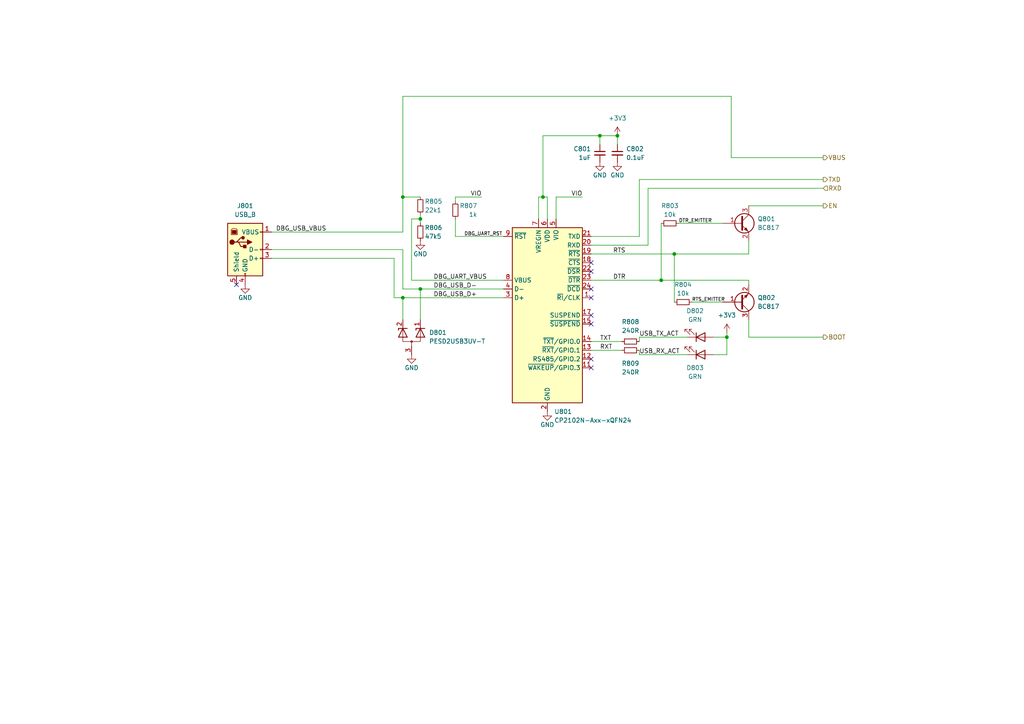
<source format=kicad_sch>
(kicad_sch (version 20211123) (generator eeschema)
  (paper "A4")
  (lib_symbols
    (symbol "Connector:USB_B" (pin_names (offset 1.016))
      (property "Reference" "J?" (at 0 12.7 0))
      (property "Value" "USB_B" (at 0 10.16 0))
      (symbol "USB_B_0_1"
        (rectangle (start -5.08 -7.62) (end 5.08 7.62) (stroke (width 0.254)) (fill (type background)))
        (circle (center -3.81 2.159) (radius 0.635) (stroke (width 0.254)) (fill (type outline)))
        (rectangle (start -3.81 5.588) (end -2.54 4.572) (fill (type outline)))
        (circle (center -0.635 3.429) (radius 0.381) (stroke (width 0.254)) (fill (type outline)))
        (rectangle (start -0.127 -7.62) (end 0.127 -6.858))
        (polyline (pts (xy -1.905 2.159) (xy 0.635 2.159)) (stroke (width 0.254)))
        (polyline (pts (xy -3.175 2.159) (xy -2.54 2.159) (xy -1.27 3.429) (xy -0.635 3.429)) (stroke (width 0.254)))
        (polyline (pts (xy -2.54 2.159) (xy -1.905 2.159) (xy -1.27 0.889) (xy 0 0.889)) (stroke (width 0.254)))
        (polyline (pts (xy 0.635 2.794) (xy 0.635 1.524) (xy 1.905 2.159) (xy 0.635 2.794)) (stroke (width 0.254)) (fill (type outline)))
        (polyline (pts (xy -4.064 4.318) (xy -2.286 4.318) (xy -2.286 5.715) (xy -2.667 6.096) (xy -3.683 6.096) (xy -4.064 5.715) (xy -4.064 4.318)))
        (rectangle (start 0.254 1.27) (end -0.508 0.508) (stroke (width 0.254)) (fill (type outline)))
        (rectangle (start 5.08 -2.667) (end 4.318 -2.413))
        (rectangle (start 5.08 -0.127) (end 4.318 0.127))
        (rectangle (start 5.08 4.953) (end 4.318 5.207))
      )
      (symbol "USB_B_1_1"
        (pin power_out line (at 7.62 5.08 180) (length 2.54) (name "VBUS") (number "1"))
        (pin bidirectional line (at 7.62 0 180) (length 2.54) (name "D-") (number "2"))
        (pin bidirectional line (at 7.62 -2.54 180) (length 2.54) (name "D+") (number "3"))
        (pin power_out line (at 0 -10.16 90) (length 2.54) (name "GND") (number "4"))
        (pin passive line (at -2.54 -10.16 90) (length 2.54) (name "Shield") (number "5"))
      )
    )
    (symbol "Device:C_Small" (pin_numbers hide) (pin_names (offset 0.254) hide)
      (property "Reference" "C" (at 0.254 1.778 0))
      (property "Value" "C_Small" (at 0.254 -2.032 0))
      (symbol "C_Small_0_1"
        (polyline (pts (xy -1.524 -0.508) (xy 1.524 -0.508)) (stroke (width 0.3302)))
        (polyline (pts (xy -1.524 0.508) (xy 1.524 0.508)) (stroke (width 0.3048)))
      )
      (symbol "C_Small_1_1"
        (pin passive line (at 0 2.54 270) (length 2.032) (name "~") (number "1"))
        (pin passive line (at 0 -2.54 90) (length 2.032) (name "~") (number "2"))
      )
    )
    (symbol "Device:D_Zener_Dual_CommonAnode_KKA_Parallel" (pin_names (offset 0.762) hide)
      (property "Reference" "D" (at 0 5.08 0))
      (property "Value" "D_Zener_Dual_CommonAnode_KKA_Parallel" (at 0 -5.08 0))
      (symbol "D_Zener_Dual_CommonAnode_KKA_Parallel_0_0"
        (polyline (pts (xy 2.032 1.27) (xy 2.54 1.27) (xy 2.54 3.81)) (stroke (width 0.254)))
        (polyline (pts (xy 2.54 -1.27) (xy 2.54 -3.81) (xy 2.032 -3.81)) (stroke (width 0.254)))
      )
      (symbol "D_Zener_Dual_CommonAnode_KKA_Parallel_0_1"
        (circle (center -1.27 0) (radius 0.254) (fill (type outline)))
        (polyline (pts (xy -1.27 0) (xy -2.54 0)))
        (polyline (pts (xy 2.54 2.54) (xy -1.27 2.54) (xy -1.27 -2.54) (xy 2.54 -2.54)))
        (polyline (pts (xy 0 -1.27) (xy 2.54 -2.54) (xy 0 -3.81) (xy 0 -1.27) (xy 0 -1.27) (xy 0 -1.27)) (stroke (width 0.254)))
        (polyline (pts (xy 0 3.81) (xy 2.54 2.54) (xy 0 1.27) (xy 0 3.81) (xy 0 3.81) (xy 0 3.81)) (stroke (width 0.254)))
        (pin passive line (at 5.08 2.54 180) (length 2.54) (name "K") (number "1"))
        (pin passive line (at 5.08 -2.54 180) (length 2.54) (name "K") (number "2"))
        (pin passive line (at -5.08 0 0) (length 2.54) (name "A") (number "3"))
      )
    )
    (symbol "Device:LED" (pin_numbers hide) (pin_names (offset 1.016) hide)
      (property "Reference" "D" (at 0 2.54 0))
      (property "Value" "LED" (at 0 -2.54 0))
      (symbol "LED_0_1"
        (polyline (pts (xy -1.27 -1.27) (xy -1.27 1.27)) (stroke (width 0.254)))
        (polyline (pts (xy -1.27 0) (xy 1.27 0)))
        (polyline (pts (xy 1.27 -1.27) (xy 1.27 1.27) (xy -1.27 0) (xy 1.27 -1.27)) (stroke (width 0.254)))
        (polyline (pts (xy -3.048 -0.762) (xy -4.572 -2.286) (xy -3.81 -2.286) (xy -4.572 -2.286) (xy -4.572 -1.524)))
        (polyline (pts (xy -1.778 -0.762) (xy -3.302 -2.286) (xy -2.54 -2.286) (xy -3.302 -2.286) (xy -3.302 -1.524)))
      )
      (symbol "LED_1_1"
        (pin passive line (at -3.81 0 0) (length 2.54) (name "K") (number "1"))
        (pin passive line (at 3.81 0 180) (length 2.54) (name "A") (number "2"))
      )
    )
    (symbol "Device:R_Small" (pin_numbers hide) (pin_names (offset 0.254) hide)
      (property "Reference" "R" (at 0.762 0.508 0))
      (property "Value" "R_Small" (at 0.762 -1.016 0))
      (symbol "R_Small_0_1"
        (rectangle (start -0.762 1.778) (end 0.762 -1.778) (stroke (width 0.2032)))
      )
      (symbol "R_Small_1_1"
        (pin passive line (at 0 2.54 270) (length 0.762) (name "~") (number "1"))
        (pin passive line (at 0 -2.54 90) (length 0.762) (name "~") (number "2"))
      )
    )
    (symbol "Interface_USB:CP2102N-Axx-xQFN24"
      (property "Reference" "U" (at -8.89 26.67 0))
      (property "Value" "CP2102N-Axx-xQFN24" (at 13.97 26.67 0))
      (symbol "CP2102N-Axx-xQFN24_0_1"
        (rectangle (start -10.16 25.4) (end 10.16 -25.4) (stroke (width 0.254)) (fill (type background)))
      )
      (symbol "CP2102N-Axx-xQFN24_1_1"
        (pin bidirectional line (at 12.7 5.08 180) (length 2.54) (name "~{RI}/CLK") (number "1"))
        (pin no_connect line (at -10.16 -22.86 0) (length 2.54) hide (name "NC") (number "10"))
        (pin bidirectional line (at 12.7 -15.24 180) (length 2.54) (name "~{WAKEUP}/GPIO.3") (number "11"))
        (pin bidirectional line (at 12.7 -12.7 180) (length 2.54) (name "RS485/GPIO.2") (number "12"))
        (pin bidirectional line (at 12.7 -10.16 180) (length 2.54) (name "~{RXT}/GPIO.1") (number "13"))
        (pin bidirectional line (at 12.7 -7.62 180) (length 2.54) (name "~{TXT}/GPIO.0") (number "14"))
        (pin output line (at 12.7 -2.54 180) (length 2.54) (name "~{SUSPEND}") (number "15"))
        (pin no_connect line (at 10.16 -22.86 180) (length 2.54) hide (name "NC") (number "16"))
        (pin output line (at 12.7 0 180) (length 2.54) (name "SUSPEND") (number "17"))
        (pin input line (at 12.7 15.24 180) (length 2.54) (name "~{CTS}") (number "18"))
        (pin output line (at 12.7 17.78 180) (length 2.54) (name "~{RTS}") (number "19"))
        (pin power_in line (at 0 -27.94 90) (length 2.54) (name "GND") (number "2"))
        (pin input line (at 12.7 20.32 180) (length 2.54) (name "RXD") (number "20"))
        (pin output line (at 12.7 22.86 180) (length 2.54) (name "TXD") (number "21"))
        (pin input line (at 12.7 12.7 180) (length 2.54) (name "~{DSR}") (number "22"))
        (pin output line (at 12.7 10.16 180) (length 2.54) (name "~{DTR}") (number "23"))
        (pin input line (at 12.7 7.62 180) (length 2.54) (name "~{DCD}") (number "24"))
        (pin passive line (at 0 -27.94 90) (length 2.54) hide (name "GND") (number "25"))
        (pin bidirectional line (at -12.7 5.08 0) (length 2.54) (name "D+") (number "3"))
        (pin bidirectional line (at -12.7 7.62 0) (length 2.54) (name "D-") (number "4"))
        (pin power_in line (at 2.54 27.94 270) (length 2.54) (name "VIO") (number "5"))
        (pin power_in line (at 0 27.94 270) (length 2.54) (name "VDD") (number "6"))
        (pin power_in line (at -2.54 27.94 270) (length 2.54) (name "VREGIN") (number "7"))
        (pin input line (at -12.7 10.16 0) (length 2.54) (name "VBUS") (number "8"))
        (pin input line (at -12.7 22.86 0) (length 2.54) (name "~{RST}") (number "9"))
      )
    )
    (symbol "Transistor_BJT:BC817" (pin_names (offset 0) hide)
      (property "Reference" "Q" (at 5.08 1.905 0))
      (property "Value" "BC817" (at 5.08 0 0))
      (symbol "BC817_0_1"
        (polyline (pts (xy 0.635 0.635) (xy 2.54 2.54)))
        (polyline (pts (xy 0.635 -0.635) (xy 2.54 -2.54) (xy 2.54 -2.54)))
        (polyline (pts (xy 0.635 1.905) (xy 0.635 -1.905) (xy 0.635 -1.905)) (stroke (width 0.508)))
        (polyline (pts (xy 1.27 -1.778) (xy 1.778 -1.27) (xy 2.286 -2.286) (xy 1.27 -1.778) (xy 1.27 -1.778)) (fill (type outline)))
        (circle (center 1.27 0) (radius 2.8194) (stroke (width 0.254)))
      )
      (symbol "BC817_1_1"
        (pin input line (at -5.08 0 0) (length 5.715) (name "B") (number "1"))
        (pin passive line (at 2.54 -5.08 90) (length 2.54) (name "E") (number "2"))
        (pin passive line (at 2.54 5.08 270) (length 2.54) (name "C") (number "3"))
      )
    )
    (symbol "power:+3V3" (power) (pin_names (offset 0))
      (property "Value" "+3V3" (at 0 3.556 0))
      (symbol "+3V3_0_1"
        (polyline (pts (xy -0.762 1.27) (xy 0 2.54)))
        (polyline (pts (xy 0 0) (xy 0 2.54)))
        (polyline (pts (xy 0 2.54) (xy 0.762 1.27)))
      )
      (symbol "+3V3_1_1"
        (pin power_in line (at 0 0 90) (length 0) hide (name "+3V3") (number "1"))
      )
    )
    (symbol "power:GND" (power) (pin_names (offset 0))
      (property "Value" "GND" (at 0 -3.81 0))
      (symbol "GND_0_1"
        (polyline (pts (xy 0 0) (xy 0 -1.27) (xy 1.27 -1.27) (xy 0 -2.54) (xy -1.27 -1.27) (xy 0 -1.27)))
      )
      (symbol "GND_1_1"
        (pin power_in line (at 0 0 270) (length 0) hide (name "GND") (number "1"))
      )
    )
  )
  (junction (at 121.92 63.5))
  (junction (at 157.48 57.15))
  (junction (at 116.84 86.36))
  (junction (at 121.92 83.82))
  (junction (at 210.82 97.79))
  (junction (at 191.77 81.28))
  (junction (at 116.84 57.15))
  (junction (at 179.07 39.37))
  (junction (at 173.99 39.37))
  (junction (at 195.58 73.66))
  (no_connect (at 171.45 83.82))
  (no_connect (at 171.45 91.44))
  (no_connect (at 171.45 93.98))
  (no_connect (at 171.45 76.2))
  (no_connect (at 171.45 104.14))
  (no_connect (at 171.45 106.68))
  (no_connect (at 171.45 86.36))
  (no_connect (at 171.45 78.74))
  (no_connect (at 68.58 82.55))
  (wire (pts (xy 121.92 63.5) (xy 121.92 64.77)))
  (wire (pts (xy 78.74 67.31) (xy 116.84 67.31)))
  (wire (pts (xy 179.07 41.91) (xy 179.07 39.37)))
  (wire (pts (xy 195.58 87.63) (xy 195.58 73.66)))
  (wire (pts (xy 173.99 39.37) (xy 179.07 39.37)))
  (wire (pts (xy 116.84 86.36) (xy 146.05 86.36)))
  (wire (pts (xy 132.08 57.15) (xy 132.08 58.42)))
  (wire (pts (xy 114.3 74.93) (xy 78.74 74.93)))
  (wire (pts (xy 156.21 63.5) (xy 156.21 57.15)))
  (wire (pts (xy 238.76 52.07) (xy 185.42 52.07)))
  (wire (pts (xy 207.01 97.79) (xy 210.82 97.79)))
  (wire (pts (xy 132.08 68.58) (xy 146.05 68.58)))
  (wire (pts (xy 121.92 62.23) (xy 121.92 63.5)))
  (wire (pts (xy 157.48 39.37) (xy 173.99 39.37)))
  (wire (pts (xy 121.92 83.82) (xy 121.92 92.71)))
  (wire (pts (xy 116.84 67.31) (xy 116.84 57.15)))
  (wire (pts (xy 116.84 57.15) (xy 121.92 57.15)))
  (wire (pts (xy 114.3 86.36) (xy 114.3 74.93)))
  (wire (pts (xy 116.84 72.39) (xy 78.74 72.39)))
  (wire (pts (xy 185.42 52.07) (xy 185.42 68.58)))
  (wire (pts (xy 157.48 57.15) (xy 158.75 57.15)))
  (wire (pts (xy 217.17 82.55) (xy 217.17 81.28)))
  (wire (pts (xy 116.84 72.39) (xy 116.84 83.82)))
  (wire (pts (xy 238.76 54.61) (xy 187.96 54.61)))
  (wire (pts (xy 196.85 64.77) (xy 209.55 64.77)))
  (wire (pts (xy 187.96 54.61) (xy 187.96 71.12)))
  (wire (pts (xy 171.45 99.06) (xy 180.34 99.06)))
  (wire (pts (xy 217.17 59.69) (xy 238.76 59.69)))
  (wire (pts (xy 161.29 63.5) (xy 161.29 57.15)))
  (wire (pts (xy 185.42 99.06) (xy 185.42 97.79)))
  (wire (pts (xy 210.82 97.79) (xy 210.82 102.87)))
  (wire (pts (xy 119.38 81.28) (xy 146.05 81.28)))
  (wire (pts (xy 191.77 81.28) (xy 171.45 81.28)))
  (wire (pts (xy 132.08 68.58) (xy 132.08 63.5)))
  (wire (pts (xy 195.58 73.66) (xy 171.45 73.66)))
  (wire (pts (xy 185.42 101.6) (xy 185.42 102.87)))
  (wire (pts (xy 116.84 83.82) (xy 121.92 83.82)))
  (wire (pts (xy 158.75 57.15) (xy 158.75 63.5)))
  (wire (pts (xy 116.84 92.71) (xy 116.84 86.36)))
  (wire (pts (xy 173.99 39.37) (xy 173.99 41.91)))
  (wire (pts (xy 207.01 102.87) (xy 210.82 102.87)))
  (wire (pts (xy 238.76 97.79) (xy 217.17 97.79)))
  (wire (pts (xy 185.42 102.87) (xy 199.39 102.87)))
  (wire (pts (xy 217.17 97.79) (xy 217.17 92.71)))
  (wire (pts (xy 171.45 71.12) (xy 187.96 71.12)))
  (wire (pts (xy 156.21 57.15) (xy 157.48 57.15)))
  (wire (pts (xy 212.09 27.94) (xy 116.84 27.94)))
  (wire (pts (xy 116.84 27.94) (xy 116.84 57.15)))
  (wire (pts (xy 200.66 87.63) (xy 209.55 87.63)))
  (wire (pts (xy 157.48 57.15) (xy 157.48 39.37)))
  (wire (pts (xy 121.92 83.82) (xy 146.05 83.82)))
  (wire (pts (xy 121.92 63.5) (xy 119.38 63.5)))
  (wire (pts (xy 185.42 68.58) (xy 171.45 68.58)))
  (wire (pts (xy 132.08 57.15) (xy 139.7 57.15)))
  (wire (pts (xy 238.76 45.72) (xy 212.09 45.72)))
  (wire (pts (xy 116.84 86.36) (xy 114.3 86.36)))
  (wire (pts (xy 191.77 81.28) (xy 217.17 81.28)))
  (wire (pts (xy 191.77 64.77) (xy 191.77 81.28)))
  (wire (pts (xy 185.42 97.79) (xy 199.39 97.79)))
  (wire (pts (xy 119.38 63.5) (xy 119.38 81.28)))
  (wire (pts (xy 171.45 101.6) (xy 180.34 101.6)))
  (wire (pts (xy 210.82 96.52) (xy 210.82 97.79)))
  (wire (pts (xy 161.29 57.15) (xy 168.91 57.15)))
  (wire (pts (xy 212.09 45.72) (xy 212.09 27.94)))
  (wire (pts (xy 217.17 73.66) (xy 195.58 73.66)))
  (wire (pts (xy 217.17 69.85) (xy 217.17 73.66)))
  (label "DBG_USB_D-" (at 125.73 83.82 0))
  (label "USB_RX_ACT" (at 185.42 102.87 0))
  (label "RXT" (at 173.99 101.6 0))
  (label "DBG_USB_D+" (at 125.73 86.36 0))
  (label "VIO" (at 139.7 57.15 180))
  (label "DTR" (at 177.8 81.28 0))
  (label "DBG_USB_VBUS" (at 80.01 67.31 0))
  (label "RTS" (at 177.8 73.66 0))
  (label "DBG_UART_VBUS" (at 125.73 81.28 0))
  (label "RTS_EMITTER" (at 200.66 87.63 0) (effects (font (size 1 1))))
  (label "TXT" (at 173.99 99.06 0))
  (label "VIO" (at 168.91 57.15 180))
  (label "DTR_EMITTER" (at 196.85 64.77 0) (effects (font (size 1 1))))
  (label "USB_TX_ACT" (at 185.42 97.79 0))
  (label "DBG_UART_RST" (at 134.62 68.58 0) (effects (font (size 1 1))))
  (hierarchical_label "RXD" (shape input) (at 238.76 54.61 0))
  (hierarchical_label "TXD" (shape output) (at 238.76 52.07 0))
  (hierarchical_label "VBUS" (shape output) (at 238.76 45.72 0))
  (hierarchical_label "EN" (shape output) (at 238.76 59.69 0))
  (hierarchical_label "BOOT" (shape output) (at 238.76 97.79 0))
  (symbol (lib_id "Device:C_Small") (at 179.07 44.45 0) (mirror y) (unit 1)
    (property "Reference" "C802" (at 181.61 43.1862 0) (effects (justify right)))
    (property "Value" "0.1uF" (at 181.61 45.7262 0) (effects (justify right)))
    (property "Footprint" "Capacitor_SMD:C_0402_1005Metric" (effects hide))
    (property "Description" "CAP CER 0.1UF 16V 0402" (effects hide))
    (property "MPN" "CGA2B1X7R1C104M050BC" (effects hide))
  )
  (symbol (lib_id "Device:R_Small") (at 198.12 87.63 270) (unit 1)
    (property "Reference" "R804" (at 198.12 82.55 90))
    (property "Value" "10k" (at 198.12 85.09 90))
    (property "Footprint" "Resistor_SMD:R_0402_1005Metric" (effects hide))
    (property "Description" "RES 10K OHM 5% 1/16W 0402" (effects hide))
    (property "MPN" "RMCF0402JT10K0" (effects hide))
  )
  (symbol (lib_id "Device:R_Small") (at 194.31 64.77 270) (unit 1)
    (property "Reference" "R803" (at 194.31 59.69 90))
    (property "Value" "10k" (at 194.31 62.23 90))
    (property "Footprint" "Resistor_SMD:R_0402_1005Metric" (effects hide))
    (property "Description" "RES 10K OHM 5% 1/16W 0402" (effects hide))
    (property "MPN" "RMCF0402JT10K0" (effects hide))
  )
  (symbol (lib_id "power:GND") (at 158.75 119.38 0) (unit 1)
    (property "Reference" "#PWR0805" (effects hide))
    (property "Value" "GND" (at 158.75 123.19 0))
  )
  (symbol (lib_id "Device:C_Small") (at 173.99 44.45 0) (unit 1)
    (property "Reference" "C801" (at 171.45 43.1862 0) (effects (justify right)))
    (property "Value" "1uF" (at 171.45 45.7262 0) (effects (justify right)))
    (property "Footprint" "Capacitor_SMD:C_0805_2012Metric" (effects hide))
    (property "Description" "CAP CER 1UF 10V 0805" (effects hide))
  )
  (symbol (lib_id "Transistor_BJT:BC817") (at 214.63 87.63 0) (mirror x) (unit 1)
    (property "Reference" "Q802" (at 219.71 86.3599 0) (effects (justify left)))
    (property "Value" "BC817" (at 219.71 88.8999 0) (effects (justify left)))
    (property "Footprint" "Package_TO_SOT_SMD:SOT-23" (effects hide))
    (property "Datasheet" "https://www.onsemi.com/pub/Collateral/BC818-D.pdf" (effects hide))
  )
  (symbol (lib_id "Device:R_Small") (at 121.92 59.69 180) (unit 1)
    (property "Reference" "R805" (at 123.19 58.4199 0) (effects (justify right)))
    (property "Value" "22k1" (at 123.19 60.9599 0) (effects (justify right)))
    (property "Footprint" "Resistor_SMD:R_0402_1005Metric" (effects hide))
  )
  (symbol (lib_id "Device:D_Zener_Dual_CommonAnode_KKA_Parallel") (at 119.38 97.79 270) (mirror x) (unit 1)
    (property "Reference" "D801" (at 124.46 96.4564 90) (effects (justify left)))
    (property "Value" "PESD2USB3UV-T" (at 124.46 98.9964 90) (effects (justify left)))
    (property "Footprint" "Package_TO_SOT_SMD:SOT-23" (effects hide))
    (property "MPN" "PESD2USB3UV-T" (effects hide))
  )
  (symbol (lib_id "Device:R_Small") (at 132.08 60.96 0) (unit 1)
    (property "Reference" "R807" (at 138.43 59.6899 0) (effects (justify right)))
    (property "Value" "1k" (at 138.43 62.2299 0) (effects (justify right)))
    (property "Footprint" "Resistor_SMD:R_0402_1005Metric" (effects hide))
    (property "Description" "RES 1K OHM 1% 1/16W 0402" (effects hide))
    (property "MPN" "RMCF0402FT1K00" (effects hide))
  )
  (symbol (lib_id "Device:R_Small") (at 182.88 101.6 270) (unit 1)
    (property "Reference" "R809" (at 182.88 105.41 90))
    (property "Value" "240R" (at 182.88 107.95 90))
    (property "Footprint" "Resistor_SMD:R_0603_1608Metric" (effects hide))
    (property "MPN" "RMCF0603JT240R" (effects hide))
    (property "Description" "RES 240 OHM 5% 1/16W 0402" (effects hide))
  )
  (symbol (lib_id "Device:R_Small") (at 182.88 99.06 270) (unit 1)
    (property "Reference" "R808" (at 182.88 93.345 90))
    (property "Value" "240R" (at 182.88 95.885 90))
    (property "Footprint" "Resistor_SMD:R_0603_1608Metric" (effects hide))
    (property "MPN" "RMCF0603JT240R" (effects hide))
    (property "Description" "RES 240 OHM 5% 1/16W 0402" (effects hide))
  )
  (symbol (lib_id "Device:LED") (at 203.2 102.87 0) (mirror x) (unit 1)
    (property "Reference" "D803" (at 201.6125 106.68 0))
    (property "Value" "GRN" (at 201.6125 109.22 0))
    (property "Footprint" "LED_SMD:LED_0603_1608Metric" (effects hide))
    (property "MPN" "QBLP601-2IR4" (effects hide))
    (property "Description" "LED GREEN CLEAR 0603 SMD" (effects hide))
  )
  (symbol (lib_id "power:GND") (at 173.99 46.99 0) (unit 1)
    (property "Reference" "#PWR0806" (effects hide))
    (property "Value" "GND" (at 173.99 50.8 0))
  )
  (symbol (lib_id "power:GND") (at 179.07 46.99 0) (unit 1)
    (property "Reference" "#PWR0808" (effects hide))
    (property "Value" "GND" (at 179.07 50.8 0))
  )
  (symbol (lib_id "power:+3V3") (at 210.82 96.52 0) (unit 1)
    (property "Reference" "#PWR0809" (effects hide))
    (property "Value" "+3V3" (at 210.82 91.44 0))
  )
  (symbol (lib_id "power:GND") (at 71.12 82.55 0) (unit 1)
    (property "Reference" "#PWR0124" (effects hide))
    (property "Value" "GND" (at 71.12 86.36 0))
  )
  (symbol (lib_id "Transistor_BJT:BC817") (at 214.63 64.77 0) (unit 1)
    (property "Reference" "Q801" (at 219.71 63.4999 0) (effects (justify left)))
    (property "Value" "BC817" (at 219.71 66.0399 0) (effects (justify left)))
    (property "Footprint" "Package_TO_SOT_SMD:SOT-23" (effects hide))
    (property "Datasheet" "https://www.onsemi.com/pub/Collateral/BC818-D.pdf" (effects hide))
  )
  (symbol (lib_id "Connector:USB_B") (at 71.12 72.39 0) (unit 1)
    (property "Reference" "J801" (at 71.12 59.69 0))
    (property "Value" "USB_B" (at 71.12 62.23 0))
    (property "Footprint" "Connector_USB:USB_B_OST_USB-B1HSxx_Horizontal" (effects hide))
    (property "Datasheet" " ~" (effects hide))
  )
  (symbol (lib_id "power:GND") (at 119.38 102.87 0) (unit 1)
    (property "Reference" "#PWR0802" (effects hide))
    (property "Value" "GND" (at 119.38 106.68 0))
  )
  (symbol (lib_id "Device:R_Small") (at 121.92 67.31 180) (unit 1)
    (property "Reference" "R806" (at 123.19 66.0399 0) (effects (justify right)))
    (property "Value" "47k5" (at 123.19 68.5799 0) (effects (justify right)))
    (property "Footprint" "Resistor_SMD:R_0402_1005Metric" (effects hide))
  )
  (symbol (lib_id "Interface_USB:CP2102N-Axx-xQFN24") (at 158.75 91.44 0) (unit 1)
    (property "Reference" "U801" (at 160.7694 119.38 0) (effects (justify left)))
    (property "Value" "CP2102N-Axx-xQFN24" (at 160.7694 121.92 0) (effects (justify left)))
    (property "Footprint" "Package_DFN_QFN:QFN-24-1EP_4x4mm_P0.5mm_EP2.6x2.6mm" (effects hide))
    (property "Datasheet" "https://www.silabs.com/documents/public/data-sheets/cp2102n-datasheet.pdf" (effects hide))
  )
  (symbol (lib_id "Device:LED") (at 203.2 97.79 0) (mirror x) (unit 1)
    (property "Reference" "D802" (at 201.6125 90.17 0))
    (property "Value" "GRN" (at 201.6125 92.71 0))
    (property "Footprint" "LED_SMD:LED_0603_1608Metric" (effects hide))
    (property "MPN" "QBLP601-2IR4" (effects hide))
    (property "Description" "LED GREEN CLEAR 0603 SMD" (effects hide))
  )
  (symbol (lib_id "power:GND") (at 121.92 69.85 0) (unit 1)
    (property "Reference" "#PWR0804" (effects hide))
    (property "Value" "GND" (at 121.92 73.66 0))
  )
  (symbol (lib_id "power:+3V3") (at 179.07 39.37 0) (unit 1)
    (property "Reference" "#PWR0807" (effects hide))
    (property "Value" "+3V3" (at 179.07 34.29 0))
  )
)
</source>
